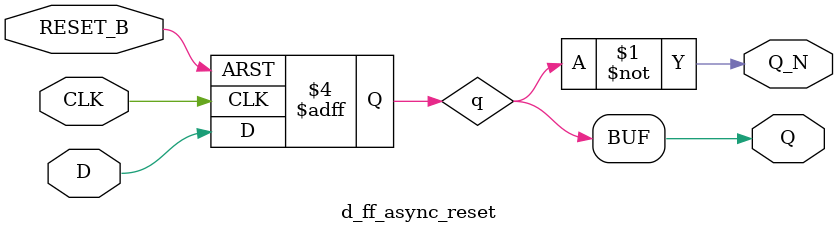
<source format=v>
module d_ff_async_reset (
    input D,
    input RESET_B,
    input CLK,
    output Q,
    output Q_N
);

    reg q;
    assign Q = q;
    assign Q_N = ~q;

    always @(posedge CLK or negedge RESET_B) begin
        if (~RESET_B) begin
            q <= 0;
        end else begin
            q <= D;
        end
    end

endmodule
</source>
